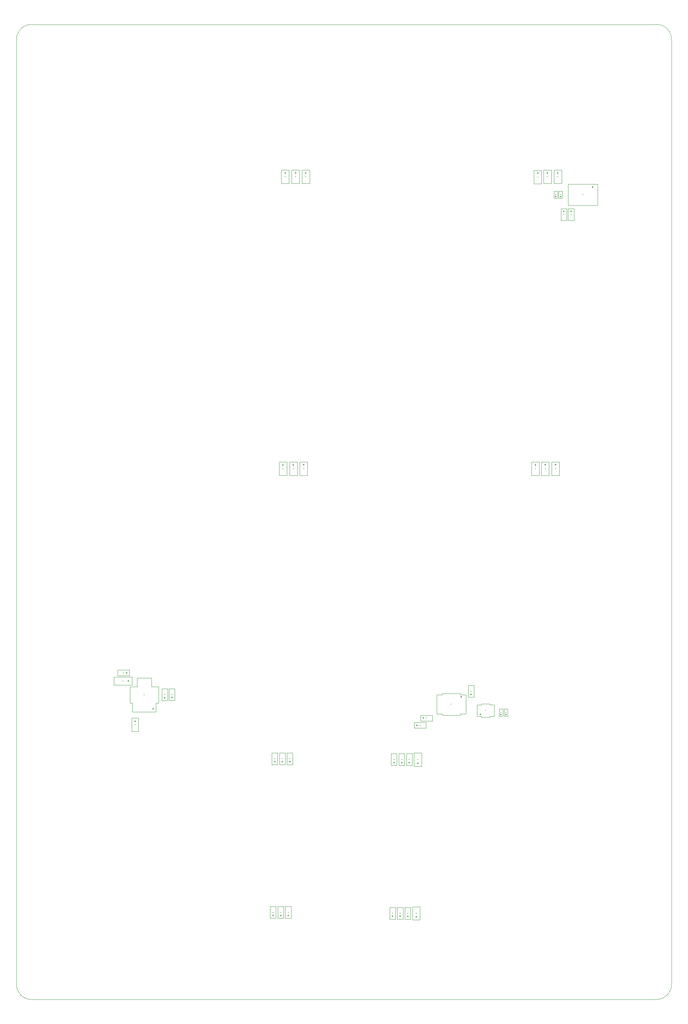
<source format=gbr>
%TF.GenerationSoftware,KiCad,Pcbnew,9.0.3*%
%TF.CreationDate,2025-09-16T12:32:50-04:00*%
%TF.ProjectId,CAEN_NEVIS_DAQ_PM5V,4341454e-5f4e-4455-9649-535f4441515f,rev?*%
%TF.SameCoordinates,Original*%
%TF.FileFunction,Component,L10,Bot*%
%TF.FilePolarity,Positive*%
%FSLAX46Y46*%
G04 Gerber Fmt 4.6, Leading zero omitted, Abs format (unit mm)*
G04 Created by KiCad (PCBNEW 9.0.3) date 2025-09-16 12:32:50*
%MOMM*%
%LPD*%
G01*
G04 APERTURE LIST*
%TA.AperFunction,ComponentMain*%
%ADD10C,0.300000*%
%TD*%
%TA.AperFunction,ComponentOutline,Courtyard*%
%ADD11C,0.100000*%
%TD*%
%TA.AperFunction,ComponentPin*%
%ADD12P,0.360000X4X0.000000*%
%TD*%
%TA.AperFunction,ComponentPin*%
%ADD13C,0.100000*%
%TD*%
%TA.AperFunction,Profile*%
%ADD14C,0.050000*%
%TD*%
G04 APERTURE END LIST*
D10*
%TO.C,C20*%
%TO.CFtp,C_0805_2012Metric*%
%TO.CVal,1uF*%
%TO.CLbN,Capacitor_SMD*%
%TO.CMnt,SMD*%
%TO.CRot,90*%
X185905000Y-134310000D03*
D11*
X186880000Y-132615000D02*
X186880000Y-136005000D01*
X184930000Y-136005000D01*
X184930000Y-132615000D01*
X186880000Y-132615000D01*
D12*
%TO.P,C20,1*%
X185905000Y-133360000D03*
D13*
%TO.P,C20,2*%
X185905000Y-135260000D03*
%TD*%
D10*
%TO.C,C32*%
%TO.CFtp,C_0603_1608Metric*%
%TO.CVal,0.1uF*%
%TO.CLbN,Capacitor_SMD*%
%TO.CMnt,SMD*%
%TO.CRot,-90*%
X185755000Y-207420000D03*
D11*
X186480000Y-205945000D02*
X186480000Y-208895000D01*
X185030000Y-208895000D01*
X185030000Y-205945000D01*
X186480000Y-205945000D01*
D12*
%TO.P,C32,1*%
X185755000Y-208195000D03*
D13*
%TO.P,C32,2*%
X185755000Y-206645000D03*
%TD*%
D10*
%TO.C,C33*%
%TO.CFtp,C_0603_1608Metric*%
%TO.CVal,0.01uF*%
%TO.CLbN,Capacitor_SMD*%
%TO.CMnt,SMD*%
%TO.CRot,-90*%
X187655000Y-207420000D03*
D11*
X188380000Y-205945000D02*
X188380000Y-208895000D01*
X186930000Y-208895000D01*
X186930000Y-205945000D01*
X188380000Y-205945000D01*
D12*
%TO.P,C33,1*%
X187655000Y-208195000D03*
D13*
%TO.P,C33,2*%
X187655000Y-206645000D03*
%TD*%
D10*
%TO.C,R5*%
%TO.CFtp,R_0603_1608Metric*%
%TO.CVal,330k*%
%TO.CLbN,Resistor_SMD*%
%TO.CMnt,SMD*%
%TO.CRot,-90*%
X156110000Y-191230000D03*
D11*
X156835000Y-189755000D02*
X156835000Y-192705000D01*
X155385000Y-192705000D01*
X155385000Y-189755000D01*
X156835000Y-189755000D01*
D12*
%TO.P,R5,1*%
X156110000Y-192055000D03*
D13*
%TO.P,R5,2*%
X156110000Y-190405000D03*
%TD*%
D10*
%TO.C,C35*%
%TO.CFtp,C_0603_1608Metric*%
%TO.CVal,0.1uF*%
%TO.CLbN,Capacitor_SMD*%
%TO.CMnt,SMD*%
%TO.CRot,-90*%
X215845000Y-207635000D03*
D11*
X216570000Y-206160000D02*
X216570000Y-209110000D01*
X215120000Y-209110000D01*
X215120000Y-206160000D01*
X216570000Y-206160000D01*
D12*
%TO.P,C35,1*%
X215845000Y-208410000D03*
D13*
%TO.P,C35,2*%
X215845000Y-206860000D03*
%TD*%
D10*
%TO.C,R13*%
%TO.CFtp,R_0805_2012Metric*%
%TO.CVal,(DNI)*%
%TO.CLbN,Resistor_SMD*%
%TO.CMnt,SMD*%
%TO.CRot,-90*%
X219496250Y-246379999D03*
D11*
X220441250Y-244704999D02*
X220441250Y-248054999D01*
X218551250Y-248054999D01*
X218551250Y-244704999D01*
X220441250Y-244704999D01*
D12*
%TO.P,R13,1*%
X219496250Y-247292499D03*
D13*
%TO.P,R13,2*%
X219496250Y-245467499D03*
%TD*%
D10*
%TO.C,C22*%
%TO.CFtp,C_0805_2012Metric*%
%TO.CVal,0.01uF*%
%TO.CLbN,Capacitor_SMD*%
%TO.CMnt,SMD*%
%TO.CRot,90*%
X191135000Y-134290000D03*
D11*
X192110000Y-132595000D02*
X192110000Y-135985000D01*
X190160000Y-135985000D01*
X190160000Y-132595000D01*
X192110000Y-132595000D01*
D12*
%TO.P,C22,1*%
X191135000Y-133340000D03*
D13*
%TO.P,C22,2*%
X191135000Y-135240000D03*
%TD*%
D10*
%TO.C,C49*%
%TO.CFtp,C_0402_1005Metric*%
%TO.CVal,0.01uF*%
%TO.CLbN,Capacitor_SMD*%
%TO.CMnt,SMD*%
%TO.CRot,-90*%
X255880000Y-65260000D03*
D11*
X256335000Y-64355000D02*
X256335000Y-66165000D01*
X255425000Y-66165000D01*
X255425000Y-64355000D01*
X256335000Y-64355000D01*
D12*
%TO.P,C49,1*%
X255880000Y-65740000D03*
D13*
%TO.P,C49,2*%
X255880000Y-64780000D03*
%TD*%
D10*
%TO.C,C34*%
%TO.CFtp,C_0603_1608Metric*%
%TO.CVal,0.01uF*%
%TO.CLbN,Capacitor_SMD*%
%TO.CMnt,SMD*%
%TO.CRot,-90*%
X213915000Y-207630000D03*
D11*
X214640000Y-206155000D02*
X214640000Y-209105000D01*
X213190000Y-209105000D01*
X213190000Y-206155000D01*
X214640000Y-206155000D01*
D12*
%TO.P,C34,1*%
X213915000Y-208405000D03*
D13*
%TO.P,C34,2*%
X213915000Y-206855000D03*
%TD*%
D10*
%TO.C,C53*%
%TO.CFtp,C_0603_1608Metric*%
%TO.CVal,1uF*%
%TO.CLbN,Capacitor_SMD*%
%TO.CMnt,SMD*%
%TO.CRot,90*%
X258540000Y-70270000D03*
D11*
X259265000Y-68795000D02*
X259265000Y-71745000D01*
X257815000Y-71745000D01*
X257815000Y-68795000D01*
X259265000Y-68795000D01*
D12*
%TO.P,C53,1*%
X258540000Y-69495000D03*
D13*
%TO.P,C53,2*%
X258540000Y-71045000D03*
%TD*%
D10*
%TO.C,C25*%
%TO.CFtp,C_0805_2012Metric*%
%TO.CVal,1uF*%
%TO.CLbN,Capacitor_SMD*%
%TO.CMnt,SMD*%
%TO.CRot,90*%
X254615000Y-134300000D03*
D11*
X255590000Y-132605000D02*
X255590000Y-135995000D01*
X253640000Y-135995000D01*
X253640000Y-132605000D01*
X255590000Y-132605000D01*
D12*
%TO.P,C25,1*%
X254615000Y-133350000D03*
D13*
%TO.P,C25,2*%
X254615000Y-135250000D03*
%TD*%
D10*
%TO.C,C21*%
%TO.CFtp,C_0805_2012Metric*%
%TO.CVal,0.1uF*%
%TO.CLbN,Capacitor_SMD*%
%TO.CMnt,SMD*%
%TO.CRot,90*%
X188555000Y-134310000D03*
D11*
X189530000Y-132615000D02*
X189530000Y-136005000D01*
X187580000Y-136005000D01*
X187580000Y-132615000D01*
X189530000Y-132615000D01*
D12*
%TO.P,C21,1*%
X188555000Y-133360000D03*
D13*
%TO.P,C21,2*%
X188555000Y-135260000D03*
%TD*%
D10*
%TO.C,C15*%
%TO.CFtp,C_0805_2012Metric*%
%TO.CVal,1uF*%
%TO.CLbN,Capacitor_SMD*%
%TO.CMnt,SMD*%
%TO.CRot,90*%
X255175000Y-60777500D03*
D11*
X256150000Y-59082500D02*
X256150000Y-62472500D01*
X254200000Y-62472500D01*
X254200000Y-59082500D01*
X256150000Y-59082500D01*
D12*
%TO.P,C15,1*%
X255175000Y-59827500D03*
D13*
%TO.P,C15,2*%
X255175000Y-61727500D03*
%TD*%
D10*
%TO.C,C41*%
%TO.CFtp,C_0603_1608Metric*%
%TO.CVal,0.1uF*%
%TO.CLbN,Capacitor_SMD*%
%TO.CMnt,SMD*%
%TO.CRot,-90*%
X185356250Y-246150001D03*
D11*
X186081250Y-244675001D02*
X186081250Y-247625001D01*
X184631250Y-247625001D01*
X184631250Y-244675001D01*
X186081250Y-244675001D01*
D12*
%TO.P,C41,1*%
X185356250Y-246925001D03*
D13*
%TO.P,C41,2*%
X185356250Y-245375001D03*
%TD*%
D10*
%TO.C,C40*%
%TO.CFtp,C_0603_1608Metric*%
%TO.CVal,1uF*%
%TO.CLbN,Capacitor_SMD*%
%TO.CMnt,SMD*%
%TO.CRot,-90*%
X183436250Y-246150001D03*
D11*
X184161250Y-244675001D02*
X184161250Y-247625001D01*
X182711250Y-247625001D01*
X182711250Y-244675001D01*
X184161250Y-244675001D01*
D12*
%TO.P,C40,1*%
X183436250Y-246925001D03*
D13*
%TO.P,C40,2*%
X183436250Y-245375001D03*
%TD*%
D10*
%TO.C,C64*%
%TO.CFtp,C_0603_1608Metric*%
%TO.CVal,1uF*%
%TO.CLbN,Capacitor_SMD*%
%TO.CMnt,SMD*%
%TO.CRot,180*%
X220490000Y-198980000D03*
D11*
X221965000Y-198255000D02*
X221965000Y-199705000D01*
X219015000Y-199705000D01*
X219015000Y-198255000D01*
X221965000Y-198255000D01*
D12*
%TO.P,C64,1*%
X219715000Y-198980000D03*
D13*
%TO.P,C64,2*%
X221265000Y-198980000D03*
%TD*%
D10*
%TO.C,C24*%
%TO.CFtp,C_0805_2012Metric*%
%TO.CVal,0.1uF*%
%TO.CLbN,Capacitor_SMD*%
%TO.CMnt,SMD*%
%TO.CRot,90*%
X251995000Y-134300000D03*
D11*
X252970000Y-132605000D02*
X252970000Y-135995000D01*
X251020000Y-135995000D01*
X251020000Y-132605000D01*
X252970000Y-132605000D01*
D12*
%TO.P,C24,1*%
X251995000Y-133350000D03*
D13*
%TO.P,C24,2*%
X251995000Y-135250000D03*
%TD*%
D10*
%TO.C,C1*%
%TO.CFtp,CP_EIA-2012-12_Kemet-R*%
%TO.CVal,1uF*%
%TO.CLbN,Capacitor_Tantalum_SMD*%
%TO.CMnt,SMD*%
%TO.CRot,90*%
X148660000Y-198850000D03*
D11*
X149535000Y-197155000D02*
X149535000Y-200545000D01*
X147785000Y-200545000D01*
X147785000Y-197155000D01*
X149535000Y-197155000D01*
D12*
%TO.P,C1,1*%
X148660000Y-197962500D03*
D13*
%TO.P,C1,2*%
X148660000Y-199737500D03*
%TD*%
D10*
%TO.C,R12*%
%TO.CFtp,R_0805_2012Metric*%
%TO.CVal,(DNI)*%
%TO.CLbN,Resistor_SMD*%
%TO.CMnt,SMD*%
%TO.CRot,-90*%
X219895000Y-207650000D03*
D11*
X220840000Y-205975000D02*
X220840000Y-209325000D01*
X218950000Y-209325000D01*
X218950000Y-205975000D01*
X220840000Y-205975000D01*
D12*
%TO.P,R12,1*%
X219895000Y-208562500D03*
D13*
%TO.P,R12,2*%
X219895000Y-206737500D03*
%TD*%
D10*
%TO.C,U11*%
%TO.CFtp,S_5_ADI*%
%TO.CVal,LTC2050HVCS5-TRMPBF*%
%TO.CLbN,Analog_Devices*%
%TO.CMnt,SMD*%
%TO.CRot,180*%
X236980000Y-195310000D03*
D11*
X238041800Y-193613200D02*
X238041800Y-193882400D01*
X239148600Y-193882400D01*
X239148600Y-196737600D01*
X238041800Y-196737600D01*
X238041800Y-197006800D01*
X235918200Y-197006800D01*
X235918200Y-196737600D01*
X234811400Y-196737600D01*
X234811400Y-193882400D01*
X235918200Y-193882400D01*
X235918200Y-193613200D01*
X238041800Y-193613200D01*
D12*
%TO.P,U11,1,OUT*%
X235670000Y-196260001D03*
D13*
%TO.P,U11,2,V-*%
X235670000Y-195310000D03*
%TO.P,U11,3,+IN*%
X235670000Y-194359999D03*
%TO.P,U11,4,-IN*%
X238290000Y-194359999D03*
%TO.P,U11,5,V+*%
X238290000Y-196260001D03*
%TD*%
D10*
%TO.C,C11*%
%TO.CFtp,C_0805_2012Metric*%
%TO.CVal,0.1uF*%
%TO.CLbN,Capacitor_SMD*%
%TO.CMnt,SMD*%
%TO.CRot,90*%
X189115000Y-60787500D03*
D11*
X190090000Y-59092500D02*
X190090000Y-62482500D01*
X188140000Y-62482500D01*
X188140000Y-59092500D01*
X190090000Y-59092500D01*
D12*
%TO.P,C11,1*%
X189115000Y-59837500D03*
D13*
%TO.P,C11,2*%
X189115000Y-61737500D03*
%TD*%
D10*
%TO.C,C50*%
%TO.CFtp,C_0402_1005Metric*%
%TO.CVal,0.1uF*%
%TO.CLbN,Capacitor_SMD*%
%TO.CMnt,SMD*%
%TO.CRot,-90*%
X254680000Y-65260000D03*
D11*
X255135000Y-64355000D02*
X255135000Y-66165000D01*
X254225000Y-66165000D01*
X254225000Y-64355000D01*
X255135000Y-64355000D01*
D12*
%TO.P,C50,1*%
X254680000Y-65740000D03*
D13*
%TO.P,C50,2*%
X254680000Y-64780000D03*
%TD*%
D10*
%TO.C,C58*%
%TO.CFtp,C_0402_1005Metric*%
%TO.CVal,0.01uF*%
%TO.CLbN,Capacitor_SMD*%
%TO.CMnt,SMD*%
%TO.CRot,-90*%
X240860000Y-195790000D03*
D11*
X241315000Y-194885000D02*
X241315000Y-196695000D01*
X240405000Y-196695000D01*
X240405000Y-194885000D01*
X241315000Y-194885000D01*
D12*
%TO.P,C58,1*%
X240860000Y-196270000D03*
D13*
%TO.P,C58,2*%
X240860000Y-195310000D03*
%TD*%
D10*
%TO.C,R21*%
%TO.CFtp,C_0603_1608Metric*%
%TO.CVal,49.9*%
%TO.CLbN,Capacitor_SMD*%
%TO.CMnt,SMD*%
%TO.CRot,90*%
X256690000Y-70260000D03*
D11*
X257415000Y-68785000D02*
X257415000Y-71735000D01*
X255965000Y-71735000D01*
X255965000Y-68785000D01*
X257415000Y-68785000D01*
D12*
%TO.P,R21,1*%
X256690000Y-69485000D03*
D13*
%TO.P,R21,2*%
X256690000Y-71035000D03*
%TD*%
D10*
%TO.C,R6*%
%TO.CFtp,R_0603_1608Metric*%
%TO.CVal,(DNI)*%
%TO.CLbN,Resistor_SMD*%
%TO.CMnt,SMD*%
%TO.CRot,0*%
X145710000Y-185780000D03*
D11*
X147185000Y-185055000D02*
X147185000Y-186505000D01*
X144235000Y-186505000D01*
X144235000Y-185055000D01*
X147185000Y-185055000D01*
D12*
%TO.P,R6,1*%
X146535000Y-185780000D03*
D13*
%TO.P,R6,2*%
X144885000Y-185780000D03*
%TD*%
D10*
%TO.C,C2*%
%TO.CFtp,C_0603_1608Metric*%
%TO.CVal,0.1uF*%
%TO.CLbN,Capacitor_SMD*%
%TO.CMnt,SMD*%
%TO.CRot,-90*%
X157950000Y-191230000D03*
D11*
X158675000Y-189755000D02*
X158675000Y-192705000D01*
X157225000Y-192705000D01*
X157225000Y-189755000D01*
X158675000Y-189755000D01*
D12*
%TO.P,C2,1*%
X157950000Y-192005000D03*
D13*
%TO.P,C2,2*%
X157950000Y-190455000D03*
%TD*%
D10*
%TO.C,C43*%
%TO.CFtp,C_0603_1608Metric*%
%TO.CVal,0.01uF*%
%TO.CLbN,Capacitor_SMD*%
%TO.CMnt,SMD*%
%TO.CRot,-90*%
X213516250Y-246360000D03*
D11*
X214241250Y-244885000D02*
X214241250Y-247835000D01*
X212791250Y-247835000D01*
X212791250Y-244885000D01*
X214241250Y-244885000D01*
D12*
%TO.P,C43,1*%
X213516250Y-247135000D03*
D13*
%TO.P,C43,2*%
X213516250Y-245585000D03*
%TD*%
D10*
%TO.C,C45*%
%TO.CFtp,C_0603_1608Metric*%
%TO.CVal,1uF*%
%TO.CLbN,Capacitor_SMD*%
%TO.CMnt,SMD*%
%TO.CRot,-90*%
X217376250Y-246369999D03*
D11*
X218101250Y-244894999D02*
X218101250Y-247844999D01*
X216651250Y-247844999D01*
X216651250Y-244894999D01*
X218101250Y-244894999D01*
D12*
%TO.P,C45,1*%
X217376250Y-247144999D03*
D13*
%TO.P,C45,2*%
X217376250Y-245594999D03*
%TD*%
D10*
%TO.C,R25*%
%TO.CFtp,C_0603_1608Metric*%
%TO.CVal,8k*%
%TO.CLbN,Capacitor_SMD*%
%TO.CMnt,SMD*%
%TO.CRot,-90*%
X233330000Y-190410000D03*
D11*
X234055000Y-188935000D02*
X234055000Y-191885000D01*
X232605000Y-191885000D01*
X232605000Y-188935000D01*
X234055000Y-188935000D01*
D12*
%TO.P,R25,1*%
X233330000Y-191185000D03*
D13*
%TO.P,R25,2*%
X233330000Y-189635000D03*
%TD*%
D10*
%TO.C,C36*%
%TO.CFtp,C_0603_1608Metric*%
%TO.CVal,1uF*%
%TO.CLbN,Capacitor_SMD*%
%TO.CMnt,SMD*%
%TO.CRot,-90*%
X217775000Y-207640000D03*
D11*
X218500000Y-206165000D02*
X218500000Y-209115000D01*
X217050000Y-209115000D01*
X217050000Y-206165000D01*
X218500000Y-206165000D01*
D12*
%TO.P,C36,1*%
X217775000Y-208415000D03*
D13*
%TO.P,C36,2*%
X217775000Y-206865000D03*
%TD*%
D10*
%TO.C,U10*%
%TO.CFtp,R_8_ADI*%
%TO.CVal,AD590JRZ-RL*%
%TO.CLbN,Analog_Devices*%
%TO.CMnt,SMD*%
%TO.CRot,0*%
X228360000Y-193720000D03*
D11*
X230602900Y-190969100D02*
X230602900Y-191286600D01*
X232063400Y-191286600D01*
X232063400Y-196153400D01*
X230602900Y-196153400D01*
X230602900Y-196470900D01*
X226117100Y-196470900D01*
X226117100Y-196153400D01*
X224656600Y-196153400D01*
X224656600Y-191286600D01*
X226117100Y-191286600D01*
X226117100Y-190969100D01*
X230602900Y-190969100D01*
D12*
%TO.P,U10,1,NC*%
X230823800Y-191815000D03*
D13*
%TO.P,U10,2,V+*%
X230823800Y-193085000D03*
%TO.P,U10,3,V-*%
X230823800Y-194355000D03*
%TO.P,U10,4,NC*%
X230823800Y-195625000D03*
%TO.P,U10,5,NC*%
X225896200Y-195625000D03*
%TO.P,U10,6,NC*%
X225896200Y-194355000D03*
%TO.P,U10,7,NC*%
X225896200Y-193085000D03*
%TO.P,U10,8,NC*%
X225896200Y-191815000D03*
%TD*%
D10*
%TO.C,U8*%
%TO.CFtp,INA28x_8SOIC*%
%TO.CVal,INA286*%
%TO.CLbN,Texas_Instruments*%
%TO.CMnt,SMD*%
%TO.CRot,0*%
X261510000Y-65270000D03*
D11*
X265210000Y-62572500D02*
X265210000Y-67967500D01*
X257810000Y-67967500D01*
X257810000Y-62572500D01*
X265210000Y-62572500D01*
D12*
%TO.P,U8,1,-IN*%
X263980000Y-63365000D03*
D13*
%TO.P,U8,2,GND*%
X263980000Y-64635000D03*
%TO.P,U8,3,REF2*%
X263980000Y-65905000D03*
%TO.P,U8,4,4*%
X263980000Y-67175000D03*
%TO.P,U8,5,OUT*%
X259040000Y-67175000D03*
%TO.P,U8,6,V+*%
X259040000Y-65905000D03*
%TO.P,U8,7,REF1*%
X259040000Y-64635000D03*
%TO.P,U8,8,+IN*%
X259040000Y-63365000D03*
%TD*%
D10*
%TO.C,C57*%
%TO.CFtp,C_0402_1005Metric*%
%TO.CVal,0.1uF*%
%TO.CLbN,Capacitor_SMD*%
%TO.CMnt,SMD*%
%TO.CRot,-90*%
X242120000Y-195810000D03*
D11*
X242575000Y-194905000D02*
X242575000Y-196715000D01*
X241665000Y-196715000D01*
X241665000Y-194905000D01*
X242575000Y-194905000D01*
D12*
%TO.P,C57,1*%
X242120000Y-196290000D03*
D13*
%TO.P,C57,2*%
X242120000Y-195330000D03*
%TD*%
D10*
%TO.C,C14*%
%TO.CFtp,C_0805_2012Metric*%
%TO.CVal,0.1uF*%
%TO.CLbN,Capacitor_SMD*%
%TO.CMnt,SMD*%
%TO.CRot,90*%
X252555000Y-60777500D03*
D11*
X253530000Y-59082500D02*
X253530000Y-62472500D01*
X251580000Y-62472500D01*
X251580000Y-59082500D01*
X253530000Y-59082500D01*
D12*
%TO.P,C14,1*%
X252555000Y-59827500D03*
D13*
%TO.P,C14,2*%
X252555000Y-61727500D03*
%TD*%
D10*
%TO.C,C3*%
%TO.CFtp,CP_EIA-3216-12_Kemet-S*%
%TO.CVal,2.2uF*%
%TO.CLbN,Capacitor_Tantalum_SMD*%
%TO.CMnt,SMD*%
%TO.CRot,0*%
X145567500Y-187840000D03*
D11*
X147862500Y-186795000D02*
X147862500Y-188885000D01*
X143272500Y-188885000D01*
X143272500Y-186795000D01*
X147862500Y-186795000D01*
D12*
%TO.P,C3,1*%
X146917500Y-187840000D03*
D13*
%TO.P,C3,2*%
X144217500Y-187840000D03*
%TD*%
D10*
%TO.C,C12*%
%TO.CFtp,C_0805_2012Metric*%
%TO.CVal,0.01uF*%
%TO.CLbN,Capacitor_SMD*%
%TO.CMnt,SMD*%
%TO.CRot,90*%
X191695000Y-60767500D03*
D11*
X192670000Y-59072500D02*
X192670000Y-62462500D01*
X190720000Y-62462500D01*
X190720000Y-59072500D01*
X192670000Y-59072500D01*
D12*
%TO.P,C12,1*%
X191695000Y-59817500D03*
D13*
%TO.P,C12,2*%
X191695000Y-61717500D03*
%TD*%
D10*
%TO.C,R37*%
%TO.CFtp,C_0603_1608Metric*%
%TO.CVal,49.9*%
%TO.CLbN,Capacitor_SMD*%
%TO.CMnt,SMD*%
%TO.CRot,180*%
X222060000Y-197160000D03*
D11*
X223535000Y-196435000D02*
X223535000Y-197885000D01*
X220585000Y-197885000D01*
X220585000Y-196435000D01*
X223535000Y-196435000D01*
D12*
%TO.P,R37,1*%
X221285000Y-197160000D03*
D13*
%TO.P,R37,2*%
X222835000Y-197160000D03*
%TD*%
D10*
%TO.C,C44*%
%TO.CFtp,C_0603_1608Metric*%
%TO.CVal,0.1uF*%
%TO.CLbN,Capacitor_SMD*%
%TO.CMnt,SMD*%
%TO.CRot,-90*%
X215446250Y-246364999D03*
D11*
X216171250Y-244889999D02*
X216171250Y-247839999D01*
X214721250Y-247839999D01*
X214721250Y-244889999D01*
X216171250Y-244889999D01*
D12*
%TO.P,C44,1*%
X215446250Y-247139999D03*
D13*
%TO.P,C44,2*%
X215446250Y-245589999D03*
%TD*%
D10*
%TO.C,C23*%
%TO.CFtp,C_0805_2012Metric*%
%TO.CVal,0.01uF*%
%TO.CLbN,Capacitor_SMD*%
%TO.CMnt,SMD*%
%TO.CRot,90*%
X249565000Y-134330000D03*
D11*
X250540000Y-132635000D02*
X250540000Y-136025000D01*
X248590000Y-136025000D01*
X248590000Y-132635000D01*
X250540000Y-132635000D01*
D12*
%TO.P,C23,1*%
X249565000Y-133380000D03*
D13*
%TO.P,C23,2*%
X249565000Y-135280000D03*
%TD*%
D10*
%TO.C,C10*%
%TO.CFtp,C_0805_2012Metric*%
%TO.CVal,1uF*%
%TO.CLbN,Capacitor_SMD*%
%TO.CMnt,SMD*%
%TO.CRot,90*%
X186465000Y-60787500D03*
D11*
X187440000Y-59092500D02*
X187440000Y-62482500D01*
X185490000Y-62482500D01*
X185490000Y-59092500D01*
X187440000Y-59092500D01*
D12*
%TO.P,C10,1*%
X186465000Y-59837500D03*
D13*
%TO.P,C10,2*%
X186465000Y-61737500D03*
%TD*%
D10*
%TO.C,C13*%
%TO.CFtp,C_0805_2012Metric*%
%TO.CVal,0.01uF*%
%TO.CLbN,Capacitor_SMD*%
%TO.CMnt,SMD*%
%TO.CRot,90*%
X250125000Y-60807500D03*
D11*
X251100000Y-59112500D02*
X251100000Y-62502500D01*
X249150000Y-62502500D01*
X249150000Y-59112500D01*
X251100000Y-59112500D01*
D12*
%TO.P,C13,1*%
X250125000Y-59857500D03*
D13*
%TO.P,C13,2*%
X250125000Y-61757500D03*
%TD*%
D10*
%TO.C,U1*%
%TO.CFtp,SOT-3_ST_LIT*%
%TO.CVal,LT3080EST-PBF*%
%TO.CLbN,Analog_Devices*%
%TO.CMnt,SMD*%
%TO.CRot,0*%
X150948500Y-191340000D03*
D11*
X152772300Y-187090500D02*
X152772300Y-189236800D01*
X154550300Y-189236800D01*
X154550300Y-193443200D01*
X153928000Y-193443200D01*
X153928000Y-195589500D01*
X147969000Y-195589500D01*
X147969000Y-193443200D01*
X147346700Y-193443200D01*
X147346700Y-189236800D01*
X149124700Y-189236800D01*
X149124700Y-187090500D01*
X152772300Y-187090500D01*
D12*
%TO.P,U1,1,SET*%
X153259900Y-194832500D03*
D13*
%TO.P,U1,2,OUT*%
X150948500Y-194832500D03*
%TO.P,U1,3,IN*%
X148637100Y-194832500D03*
%TO.P,U1,4,TAB*%
X150948500Y-187840000D03*
%TD*%
D10*
%TO.C,C31*%
%TO.CFtp,C_0603_1608Metric*%
%TO.CVal,1uF*%
%TO.CLbN,Capacitor_SMD*%
%TO.CMnt,SMD*%
%TO.CRot,-90*%
X183835000Y-207420000D03*
D11*
X184560000Y-205945000D02*
X184560000Y-208895000D01*
X183110000Y-208895000D01*
X183110000Y-205945000D01*
X184560000Y-205945000D01*
D12*
%TO.P,C31,1*%
X183835000Y-208195000D03*
D13*
%TO.P,C31,2*%
X183835000Y-206645000D03*
%TD*%
D10*
%TO.C,C42*%
%TO.CFtp,C_0603_1608Metric*%
%TO.CVal,0.01uF*%
%TO.CLbN,Capacitor_SMD*%
%TO.CMnt,SMD*%
%TO.CRot,-90*%
X187256250Y-246150001D03*
D11*
X187981250Y-244675001D02*
X187981250Y-247625001D01*
X186531250Y-247625001D01*
X186531250Y-244675001D01*
X187981250Y-244675001D01*
D12*
%TO.P,C42,1*%
X187256250Y-246925001D03*
D13*
%TO.P,C42,2*%
X187256250Y-245375001D03*
%TD*%
D14*
X118765000Y-26175000D02*
G75*
G02*
X122575000Y-22365000I3810000J0D01*
G01*
X118765000Y-264300000D02*
X118765000Y-26175000D01*
X122575000Y-22365000D02*
X280055000Y-22365000D01*
X283865000Y-26175000D02*
X283865000Y-243345000D01*
X283865000Y-250965000D02*
X283865000Y-264300000D01*
X280055000Y-22365000D02*
G75*
G02*
X283865000Y-26175000I0J-3810000D01*
G01*
X283865000Y-243345000D02*
X283865000Y-250965000D01*
X283865000Y-264300000D02*
G75*
G02*
X280055000Y-268110000I-3810000J0D01*
G01*
X122575000Y-268110000D02*
G75*
G02*
X118765000Y-264300000I0J3810000D01*
G01*
X280055000Y-268110000D02*
X122575000Y-268110000D01*
M02*

</source>
